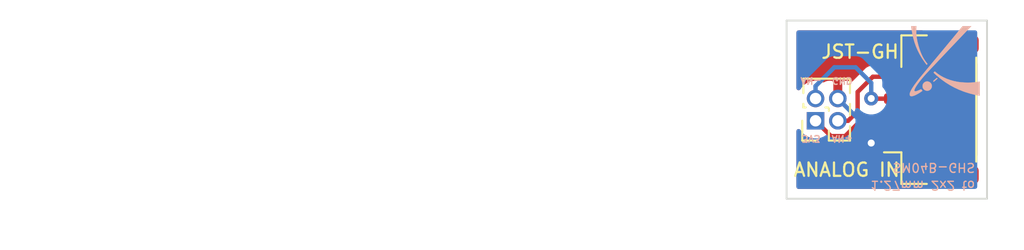
<source format=kicad_pcb>
(kicad_pcb (version 20171130) (host pcbnew "(5.1.12)-1")

  (general
    (thickness 1.6002)
    (drawings 14)
    (tracks 23)
    (zones 0)
    (modules 3)
    (nets 5)
  )

  (page A4)
  (title_block
    (title "2x2 1.27mm socket to JST-GH Analog Adapter board PCB")
    (date 2021-11-28)
    (rev 1)
    (comment 2 "Vincent Nguyen")
  )

  (layers
    (0 Front signal)
    (31 Back signal)
    (34 B.Paste user)
    (35 F.Paste user)
    (36 B.SilkS user)
    (37 F.SilkS user)
    (38 B.Mask user)
    (39 F.Mask user)
    (44 Edge.Cuts user)
    (45 Margin user)
    (46 B.CrtYd user)
    (47 F.CrtYd user)
    (49 F.Fab user)
  )

  (setup
    (last_trace_width 0.25)
    (user_trace_width 0.1)
    (user_trace_width 0.2)
    (user_trace_width 0.5)
    (trace_clearance 0.25)
    (zone_clearance 0.508)
    (zone_45_only no)
    (trace_min 0.1)
    (via_size 0.8)
    (via_drill 0.4)
    (via_min_size 0.45)
    (via_min_drill 0.2)
    (user_via 0.45 0.2)
    (user_via 0.8 0.4)
    (uvia_size 0.8)
    (uvia_drill 0.4)
    (uvias_allowed no)
    (uvia_min_size 0)
    (uvia_min_drill 0)
    (edge_width 0.1)
    (segment_width 0.1)
    (pcb_text_width 0.3)
    (pcb_text_size 1.5 1.5)
    (mod_edge_width 0.1)
    (mod_text_size 0.8 0.8)
    (mod_text_width 0.1)
    (pad_size 1.524 1.524)
    (pad_drill 0.762)
    (pad_to_mask_clearance 0)
    (solder_mask_min_width 0.1)
    (aux_axis_origin 0 0)
    (visible_elements 7FFFFFFF)
    (pcbplotparams
      (layerselection 0x010fc_ffffffff)
      (usegerberextensions false)
      (usegerberattributes false)
      (usegerberadvancedattributes false)
      (creategerberjobfile false)
      (excludeedgelayer true)
      (linewidth 0.152400)
      (plotframeref false)
      (viasonmask false)
      (mode 1)
      (useauxorigin false)
      (hpglpennumber 1)
      (hpglpenspeed 20)
      (hpglpendiameter 15.000000)
      (psnegative false)
      (psa4output false)
      (plotreference true)
      (plotvalue false)
      (plotinvisibletext false)
      (padsonsilk false)
      (subtractmaskfromsilk true)
      (outputformat 1)
      (mirror false)
      (drillshape 0)
      (scaleselection 1)
      (outputdirectory "./gerbers_for_aisler"))
  )

  (net 0 "")
  (net 1 /3V3)
  (net 2 /GND)
  (net 3 /ADC_DIFF_N)
  (net 4 /ADC_DIFF_P)

  (net_class Default "This is the default net class."
    (clearance 0.25)
    (trace_width 0.25)
    (via_dia 0.8)
    (via_drill 0.4)
    (uvia_dia 0.8)
    (uvia_drill 0.4)
    (diff_pair_width 0.25)
    (diff_pair_gap 0.25)
    (add_net /3V3)
    (add_net /ADC_DIFF_N)
    (add_net /ADC_DIFF_P)
    (add_net /GND)
  )

  (net_class Min "This is the bare minimum allowed."
    (clearance 0.1)
    (trace_width 0.1)
    (via_dia 0.45)
    (via_drill 0.2)
    (uvia_dia 0.45)
    (uvia_drill 0.2)
    (diff_pair_width 0.12)
    (diff_pair_gap 0.12)
  )

  (module graphics:xplore_logo_4mm locked (layer Back) (tedit 0) (tstamp 61A3C894)
    (at 153.797 98.933 270)
    (fp_text reference " " (at 0 0 90) (layer B.SilkS) hide
      (effects (font (size 1.524 1.524) (thickness 0.3)) (justify mirror))
    )
    (fp_text value " " (at 0.75 0 90) (layer B.SilkS) hide
      (effects (font (size 1.524 1.524) (thickness 0.3)) (justify mirror))
    )
    (fp_poly (pts (xy -4.606018 1.910096) (xy -4.585169 1.906919) (xy -4.551338 1.901999) (xy -4.509517 1.896053)
      (xy -4.472215 1.89084) (xy -4.205799 1.846969) (xy -3.95158 1.790629) (xy -3.708016 1.721198)
      (xy -3.473563 1.638054) (xy -3.246677 1.540577) (xy -3.025817 1.428143) (xy -2.809438 1.300132)
      (xy -2.595998 1.155923) (xy -2.532176 1.109309) (xy -2.429101 1.032732) (xy -2.454498 1.006223)
      (xy -2.470463 0.989794) (xy -2.479648 0.980795) (xy -2.480466 0.980187) (xy -2.487308 0.985642)
      (xy -2.505242 0.999923) (xy -2.531165 1.02056) (xy -2.549072 1.034815) (xy -2.658701 1.116813)
      (xy -2.771875 1.190561) (xy -2.891574 1.257616) (xy -3.02078 1.319536) (xy -3.162474 1.377878)
      (xy -3.302 1.428226) (xy -3.531586 1.499799) (xy -3.754376 1.555702) (xy -3.969713 1.595781)
      (xy -4.077552 1.610206) (xy -4.129876 1.614915) (xy -4.193528 1.618578) (xy -4.264351 1.621152)
      (xy -4.338191 1.62259) (xy -4.410889 1.622846) (xy -4.478289 1.621876) (xy -4.536236 1.619634)
      (xy -4.580572 1.616074) (xy -4.58334 1.615739) (xy -4.6355 1.609223) (xy -4.6355 1.914894)
      (xy -4.606018 1.910096)) (layer B.SilkS) (width 0.01))
    (fp_poly (pts (xy -1.170586 1.262423) (xy -1.135926 1.255883) (xy -1.10515 1.2438) (xy -1.047203 1.206795)
      (xy -1.002064 1.159616) (xy -0.970204 1.104899) (xy -0.95209 1.045281) (xy -0.948192 0.983398)
      (xy -0.958978 0.921887) (xy -0.984918 0.863386) (xy -1.02648 0.81053) (xy -1.027867 0.809163)
      (xy -1.078777 0.770151) (xy -1.137183 0.74342) (xy -1.198588 0.730331) (xy -1.258494 0.732246)
      (xy -1.272409 0.735153) (xy -1.336574 0.759323) (xy -1.390088 0.795799) (xy -1.432224 0.842096)
      (xy -1.462251 0.89573) (xy -1.479443 0.954218) (xy -1.48307 1.015075) (xy -1.472404 1.075817)
      (xy -1.446716 1.133959) (xy -1.405277 1.187017) (xy -1.405005 1.18729) (xy -1.355822 1.227734)
      (xy -1.303083 1.252508) (xy -1.242358 1.263412) (xy -1.215572 1.264293) (xy -1.170586 1.262423)) (layer B.SilkS) (width 0.01))
    (fp_poly (pts (xy -1.492644 0.650991) (xy -1.48484 0.647174) (xy -1.46768 0.636777) (xy -1.460501 0.629635)
      (xy -1.460501 0.629617) (xy -1.466091 0.620657) (xy -1.481221 0.601126) (xy -1.503424 0.573901)
      (xy -1.530237 0.541862) (xy -1.559194 0.507887) (xy -1.587831 0.474855) (xy -1.613683 0.445644)
      (xy -1.634285 0.423133) (xy -1.647174 0.410202) (xy -1.650064 0.408215) (xy -1.66093 0.414259)
      (xy -1.673349 0.425993) (xy -1.678983 0.433277) (xy -1.680792 0.441066) (xy -1.677376 0.451739)
      (xy -1.667336 0.467672) (xy -1.649275 0.491244) (xy -1.621792 0.524832) (xy -1.599309 0.551849)
      (xy -1.565118 0.59271) (xy -1.540378 0.621433) (xy -1.522924 0.639822) (xy -1.510592 0.649676)
      (xy -1.50122 0.652799) (xy -1.492644 0.650991)) (layer B.SilkS) (width 0.01))
    (fp_poly (pts (xy -0.704226 1.990563) (xy -0.671955 1.979377) (xy -0.660863 1.97118) (xy -0.642659 1.940393)
      (xy -0.636417 1.897348) (xy -0.641756 1.843086) (xy -0.658297 1.778648) (xy -0.68566 1.705073)
      (xy -0.723464 1.623404) (xy -0.771329 1.534679) (xy -0.828876 1.439941) (xy -0.886332 1.353709)
      (xy -0.944597 1.269596) (xy -0.988984 1.303816) (xy -1.012417 1.323348) (xy -1.028649 1.339675)
      (xy -1.033757 1.34805) (xy -1.030268 1.36001) (xy -1.020542 1.38441) (xy -1.006199 1.417337)
      (xy -0.993846 1.444298) (xy -0.960867 1.517985) (xy -0.937441 1.578011) (xy -0.923232 1.625927)
      (xy -0.917905 1.663282) (xy -0.921125 1.691628) (xy -0.932556 1.712514) (xy -0.935208 1.71535)
      (xy -0.953052 1.728117) (xy -0.974823 1.730238) (xy -0.987368 1.728472) (xy -1.035184 1.714557)
      (xy -1.094548 1.687998) (xy -1.164611 1.649397) (xy -1.244524 1.599357) (xy -1.33344 1.538479)
      (xy -1.430508 1.467366) (xy -1.53488 1.38662) (xy -1.645706 1.296844) (xy -1.762139 1.19864)
      (xy -1.882322 1.093506) (xy -1.900719 1.076737) (xy -1.93145 1.04823) (xy -1.973706 1.008752)
      (xy -2.026677 0.95907) (xy -2.089554 0.899952) (xy -2.161526 0.832165) (xy -2.241785 0.756478)
      (xy -2.329521 0.673657) (xy -2.423924 0.584471) (xy -2.524185 0.489686) (xy -2.629494 0.390071)
      (xy -2.739042 0.286392) (xy -2.852019 0.179419) (xy -2.967616 0.069917) (xy -3.085023 -0.041345)
      (xy -3.20343 -0.1536) (xy -3.322029 -0.26608) (xy -3.440009 -0.378018) (xy -3.556561 -0.488645)
      (xy -3.670875 -0.597196) (xy -3.782142 -0.702901) (xy -3.889553 -0.804993) (xy -3.992297 -0.902706)
      (xy -4.089566 -0.995271) (xy -4.180549 -1.08192) (xy -4.264438 -1.161887) (xy -4.340422 -1.234403)
      (xy -4.407692 -1.298701) (xy -4.465439 -1.354013) (xy -4.512853 -1.399573) (xy -4.549124 -1.434612)
      (xy -4.565197 -1.450261) (xy -4.6355 -1.519038) (xy -4.635055 -1.269787) (xy -4.63461 -1.020535)
      (xy -4.505788 -0.915589) (xy -4.405151 -0.833454) (xy -4.297504 -0.7453) (xy -4.1822 -0.650591)
      (xy -4.058588 -0.54879) (xy -3.92602 -0.439361) (xy -3.783848 -0.321766) (xy -3.631423 -0.195469)
      (xy -3.468097 -0.059932) (xy -3.29322 0.08538) (xy -3.106144 0.241005) (xy -2.906221 0.40748)
      (xy -2.784929 0.508546) (xy -2.66935 0.604836) (xy -2.555405 0.699693) (xy -2.444112 0.792273)
      (xy -2.336488 0.881733) (xy -2.233548 0.967231) (xy -2.136311 1.047922) (xy -2.045793 1.122965)
      (xy -1.963011 1.191517) (xy -1.888982 1.252734) (xy -1.824721 1.305773) (xy -1.771248 1.349791)
      (xy -1.729577 1.383947) (xy -1.700727 1.407395) (xy -1.698786 1.408958) (xy -1.549881 1.526892)
      (xy -1.413055 1.631443) (xy -1.28821 1.722676) (xy -1.175247 1.800655) (xy -1.074068 1.865446)
      (xy -0.984576 1.917115) (xy -0.906672 1.955727) (xy -0.840257 1.981348) (xy -0.83991 1.981457)
      (xy -0.793018 1.99188) (xy -0.746186 1.994823) (xy -0.704226 1.990563)) (layer B.SilkS) (width 0.01))
    (fp_poly (pts (xy -1.975679 0.628213) (xy -1.955187 0.609038) (xy -1.926447 0.579255) (xy -1.891 0.540646)
      (xy -1.850388 0.49499) (xy -1.806153 0.444069) (xy -1.759837 0.389663) (xy -1.712982 0.333551)
      (xy -1.66713 0.277516) (xy -1.623822 0.223338) (xy -1.5846 0.172796) (xy -1.573968 0.15875)
      (xy -1.409938 -0.07278) (xy -1.262329 -0.309661) (xy -1.130185 -0.553713) (xy -1.012555 -0.806757)
      (xy -0.908483 -1.070612) (xy -0.865977 -1.192893) (xy -0.79292 -1.430508) (xy -0.732401 -1.667451)
      (xy -0.685481 -1.89945) (xy -0.675843 -1.95716) (xy -0.669691 -1.995714) (xy -1.471591 -1.995714)
      (xy -1.466103 -1.966232) (xy -1.442482 -1.812472) (xy -1.426036 -1.646368) (xy -1.416785 -1.472244)
      (xy -1.41475 -1.294429) (xy -1.419951 -1.11725) (xy -1.432406 -0.945032) (xy -1.452136 -0.782103)
      (xy -1.460436 -0.73) (xy -1.503849 -0.518508) (xy -1.560541 -0.315615) (xy -1.630049 -0.122376)
      (xy -1.711908 0.060156) (xy -1.805653 0.230928) (xy -1.910822 0.388887) (xy -2.006865 0.509987)
      (xy -2.051451 0.561866) (xy -2.022065 0.598433) (xy -2.004284 0.619167) (xy -1.990773 0.632419)
      (xy -1.986381 0.635) (xy -1.975679 0.628213)) (layer B.SilkS) (width 0.01))
  )

  (module Connector_JST:JST_GH_SM04B-GHS-TB_1x04-1MP_P1.25mm_Horizontal (layer Front) (tedit 5B78AD87) (tstamp 619940F4)
    (at 153.035 99.06 90)
    (descr "JST GH series connector, SM04B-GHS-TB (http://www.jst-mfg.com/product/pdf/eng/eGH.pdf), generated with kicad-footprint-generator")
    (tags "connector JST GH top entry")
    (path /6199593B)
    (attr smd)
    (fp_text reference J2 (at 0 0 270) (layer F.SilkS) hide
      (effects (font (size 1 1) (thickness 0.15)))
    )
    (fp_text value SM04B-GHS-TB (at -0.127 4.445 270) (layer F.Fab)
      (effects (font (size 1 1) (thickness 0.15)))
    )
    (fp_line (start -1.875 -0.892893) (end -1.375 -1.6) (layer F.Fab) (width 0.1))
    (fp_line (start -2.375 -1.6) (end -1.875 -0.892893) (layer F.Fab) (width 0.1))
    (fp_line (start 4.72 -3.2) (end -4.72 -3.2) (layer F.CrtYd) (width 0.05))
    (fp_line (start 4.72 3.2) (end 4.72 -3.2) (layer F.CrtYd) (width 0.05))
    (fp_line (start -4.72 3.2) (end 4.72 3.2) (layer F.CrtYd) (width 0.05))
    (fp_line (start -4.72 -3.2) (end -4.72 3.2) (layer F.CrtYd) (width 0.05))
    (fp_line (start 4.125 -1.6) (end 4.125 2.45) (layer F.Fab) (width 0.1))
    (fp_line (start -4.125 -1.6) (end -4.125 2.45) (layer F.Fab) (width 0.1))
    (fp_line (start -4.125 2.45) (end 4.125 2.45) (layer F.Fab) (width 0.1))
    (fp_line (start -2.965 2.56) (end 2.965 2.56) (layer F.SilkS) (width 0.12))
    (fp_line (start 4.235 -1.71) (end 2.435 -1.71) (layer F.SilkS) (width 0.12))
    (fp_line (start 4.235 -0.26) (end 4.235 -1.71) (layer F.SilkS) (width 0.12))
    (fp_line (start -2.435 -1.71) (end -2.435 -2.7) (layer F.SilkS) (width 0.12))
    (fp_line (start -4.235 -1.71) (end -2.435 -1.71) (layer F.SilkS) (width 0.12))
    (fp_line (start -4.235 -0.26) (end -4.235 -1.71) (layer F.SilkS) (width 0.12))
    (fp_line (start -4.125 -1.6) (end 4.125 -1.6) (layer F.Fab) (width 0.1))
    (pad MP smd roundrect (at 3.725 1.35 90) (size 1 2.7) (layers Front F.Paste F.Mask) (roundrect_rratio 0.25))
    (pad MP smd roundrect (at -3.725 1.35 90) (size 1 2.7) (layers Front F.Paste F.Mask) (roundrect_rratio 0.25))
    (pad 4 smd roundrect (at 1.875 -1.85 90) (size 0.6 1.7) (layers Front F.Paste F.Mask) (roundrect_rratio 0.25)
      (net 3 /ADC_DIFF_N))
    (pad 3 smd roundrect (at 0.625 -1.85 90) (size 0.6 1.7) (layers Front F.Paste F.Mask) (roundrect_rratio 0.25)
      (net 4 /ADC_DIFF_P))
    (pad 2 smd roundrect (at -0.625 -1.85 90) (size 0.6 1.7) (layers Front F.Paste F.Mask) (roundrect_rratio 0.25)
      (net 1 /3V3))
    (pad 1 smd roundrect (at -1.875 -1.85 90) (size 0.6 1.7) (layers Front F.Paste F.Mask) (roundrect_rratio 0.25)
      (net 2 /GND))
    (model ${KISYS3DMOD}/Connector_JST.3dshapes/JST_GH_SM04B-GHS-TB_1x04-1MP_P1.25mm_Horizontal.wrl
      (at (xyz 0 0 0))
      (scale (xyz 1 1 1))
      (rotate (xyz 0 0 0))
    )
  )

  (module Connector_PinHeader_1.27mm:PinHeader_2x02_P1.27mm_Vertical (layer Front) (tedit 59FED6E3) (tstamp 61A3CBA1)
    (at 146.431 99.695 90)
    (descr "Through hole straight pin header, 2x02, 1.27mm pitch, double rows")
    (tags "Through hole pin header THT 2x02 1.27mm double row")
    (path /61A353B2)
    (fp_text reference J1 (at 0.563471 0.76 180) (layer F.SilkS) hide
      (effects (font (size 1 1) (thickness 0.15)))
    )
    (fp_text value "1.27mm 2x2-PTH" (at 0 -2.921 90) (layer F.Fab)
      (effects (font (size 1 1) (thickness 0.15)))
    )
    (fp_line (start 2.85 -1.15) (end -1.6 -1.15) (layer F.CrtYd) (width 0.05))
    (fp_line (start 2.85 2.45) (end 2.85 -1.15) (layer F.CrtYd) (width 0.05))
    (fp_line (start -1.6 2.45) (end 2.85 2.45) (layer F.CrtYd) (width 0.05))
    (fp_line (start -1.6 -1.15) (end -1.6 2.45) (layer F.CrtYd) (width 0.05))
    (fp_line (start -1.13 -0.76) (end 0 -0.76) (layer F.SilkS) (width 0.12))
    (fp_line (start -1.13 0) (end -1.13 -0.76) (layer F.SilkS) (width 0.12))
    (fp_line (start 1.57753 -0.695) (end 2.4 -0.695) (layer F.SilkS) (width 0.12))
    (fp_line (start 0.76 -0.695) (end 0.96247 -0.695) (layer F.SilkS) (width 0.12))
    (fp_line (start 0.76 -0.563471) (end 0.76 -0.695) (layer F.SilkS) (width 0.12))
    (fp_line (start 0.76 0.706529) (end 0.76 0.563471) (layer F.SilkS) (width 0.12))
    (fp_line (start 0.563471 0.76) (end 0.706529 0.76) (layer F.SilkS) (width 0.12))
    (fp_line (start -1.13 0.76) (end -0.563471 0.76) (layer F.SilkS) (width 0.12))
    (fp_line (start 2.4 -0.695) (end 2.4 1.965) (layer F.SilkS) (width 0.12))
    (fp_line (start -1.13 0.76) (end -1.13 1.965) (layer F.SilkS) (width 0.12))
    (fp_line (start 0.30753 1.965) (end 0.96247 1.965) (layer F.SilkS) (width 0.12))
    (fp_line (start 1.57753 1.965) (end 2.4 1.965) (layer F.SilkS) (width 0.12))
    (fp_line (start -1.13 1.965) (end -0.30753 1.965) (layer F.SilkS) (width 0.12))
    (fp_line (start -1.07 0.2175) (end -0.2175 -0.635) (layer F.Fab) (width 0.1))
    (fp_line (start -1.07 1.905) (end -1.07 0.2175) (layer F.Fab) (width 0.1))
    (fp_line (start 2.34 1.905) (end -1.07 1.905) (layer F.Fab) (width 0.1))
    (fp_line (start 2.34 -0.635) (end 2.34 1.905) (layer F.Fab) (width 0.1))
    (fp_line (start -0.2175 -0.635) (end 2.34 -0.635) (layer F.Fab) (width 0.1))
    (pad 1 thru_hole rect (at 0 0 90) (size 1 1) (drill 0.65) (layers *.Cu *.Mask)
      (net 1 /3V3))
    (pad 2 thru_hole oval (at 1.27 0 90) (size 1 1) (drill 0.65) (layers *.Cu *.Mask)
      (net 4 /ADC_DIFF_P))
    (pad 3 thru_hole oval (at 0 1.27 90) (size 1 1) (drill 0.65) (layers *.Cu *.Mask)
      (net 3 /ADC_DIFF_N))
    (pad 4 thru_hole oval (at 1.27 1.27 90) (size 1 1) (drill 0.65) (layers *.Cu *.Mask)
      (net 2 /GND))
  )

  (gr_text AN- (at 146.177 97.409 180) (layer B.SilkS) (tstamp 61A3C0C9)
    (effects (font (size 0.381 0.381) (thickness 0.0762)) (justify mirror))
  )
  (gr_text AN+ (at 147.955 100.711 180) (layer B.SilkS) (tstamp 61A3C0C9)
    (effects (font (size 0.381 0.381) (thickness 0.0762)) (justify mirror))
  )
  (gr_text JST-GH (at 148.971 95.758) (layer F.SilkS) (tstamp 61A35212)
    (effects (font (size 0.762 0.762) (thickness 0.127)))
  )
  (gr_text "ANALOG IN" (at 148.209 102.489) (layer F.SilkS)
    (effects (font (size 0.762 0.762) (thickness 0.127)))
  )
  (gr_text SM04B-GHS (at 155.575 102.362 180) (layer B.SilkS) (tstamp 61A3B9E7)
    (effects (font (size 0.508 0.508) (thickness 0.0762)) (justify right mirror))
  )
  (gr_text 3V3 (at 146.177 100.711 180) (layer B.SilkS) (tstamp 61A28220)
    (effects (font (size 0.381 0.381) (thickness 0.0762)) (justify mirror))
  )
  (gr_text GND (at 147.955 97.409 180) (layer B.SilkS) (tstamp 61A27D6B)
    (effects (font (size 0.381 0.381) (thickness 0.0762)) (justify mirror))
  )
  (gr_text "1.27mm 2x2 to" (at 155.575 103.378 180) (layer B.SilkS)
    (effects (font (size 0.508 0.508) (thickness 0.0762)) (justify right mirror))
  )
  (gr_line (start 144.78 104.14) (end 144.78 93.98) (layer Edge.Cuts) (width 0.1) (tstamp 61994459))
  (gr_line (start 156.21 104.14) (end 144.78 104.14) (layer Edge.Cuts) (width 0.1))
  (gr_line (start 156.21 93.98) (end 156.21 104.14) (layer Edge.Cuts) (width 0.1))
  (gr_line (start 144.78 93.98) (end 156.21 93.98) (layer Edge.Cuts) (width 0.1))
  (gr_line (start 124 93) (end 120 107) (layer Cmts.User) (width 0.1524))
  (gr_line (start 100 100) (end 124 93) (layer Cmts.User) (width 0.1524))

  (segment (start 149.006002 99.685) (end 148.121001 100.570001) (width 0.25) (layer Front) (net 1))
  (segment (start 147.306001 100.570001) (end 146.431 99.695) (width 0.25) (layer Front) (net 1))
  (segment (start 148.121001 100.570001) (end 147.306001 100.570001) (width 0.25) (layer Front) (net 1))
  (segment (start 151.185 99.685) (end 149.006002 99.685) (width 0.25) (layer Front) (net 1))
  (via (at 149.606 100.965) (size 0.8) (drill 0.4) (layers Front Back) (net 2))
  (segment (start 149.636 100.935) (end 149.606 100.965) (width 0.25) (layer Front) (net 2))
  (segment (start 151.185 100.935) (end 149.636 100.935) (width 0.25) (layer Front) (net 2))
  (segment (start 149.606 100.965) (end 149.606 100.33) (width 0.25) (layer Back) (net 2))
  (segment (start 149.606 100.33) (end 147.701 98.425) (width 0.25) (layer Back) (net 2))
  (segment (start 151.185 97.185) (end 149.698998 97.185) (width 0.25) (layer Front) (net 3))
  (segment (start 148.830999 98.052999) (end 148.830999 99.173999) (width 0.25) (layer Front) (net 3))
  (segment (start 149.698998 97.185) (end 148.830999 98.052999) (width 0.25) (layer Front) (net 3))
  (segment (start 148.288882 99.695) (end 147.701 99.695) (width 0.25) (layer Front) (net 3))
  (segment (start 148.809883 99.173999) (end 148.288882 99.695) (width 0.25) (layer Front) (net 3))
  (segment (start 148.830999 99.173999) (end 148.809883 99.173999) (width 0.25) (layer Front) (net 3))
  (segment (start 149.616 98.435) (end 149.606 98.425) (width 0.25) (layer Front) (net 4))
  (via (at 149.606 98.425) (size 0.8) (drill 0.4) (layers Front Back) (net 4))
  (segment (start 151.185 98.435) (end 149.616 98.435) (width 0.25) (layer Front) (net 4))
  (segment (start 149.606 98.425) (end 149.606 97.536) (width 0.25) (layer Back) (net 4))
  (segment (start 149.606 97.536) (end 148.717 96.647) (width 0.25) (layer Back) (net 4))
  (segment (start 146.431 97.717894) (end 146.431 98.425) (width 0.25) (layer Back) (net 4))
  (segment (start 147.501894 96.647) (end 146.431 97.717894) (width 0.25) (layer Back) (net 4))
  (segment (start 148.717 96.647) (end 147.501894 96.647) (width 0.25) (layer Back) (net 4))

  (zone (net 2) (net_name /GND) (layer Front) (tstamp 61A3C988) (hatch edge 0.508)
    (connect_pads (clearance 0.508))
    (min_thickness 0.254)
    (fill yes (arc_segments 32) (thermal_gap 0.508) (thermal_bridge_width 0.508))
    (polygon
      (pts
        (xy 156.845 104.775) (xy 144.145 104.775) (xy 144.145 93.345) (xy 156.845 93.345)
      )
    )
    (filled_polygon
      (pts
        (xy 152.464528 94.74515) (xy 152.413992 94.911746) (xy 152.396928 95.085) (xy 152.396928 95.585) (xy 152.413992 95.758254)
        (xy 152.464528 95.92485) (xy 152.546595 96.078386) (xy 152.657038 96.212962) (xy 152.791614 96.323405) (xy 152.94515 96.405472)
        (xy 153.111746 96.456008) (xy 153.285 96.473072) (xy 155.485 96.473072) (xy 155.525 96.469132) (xy 155.525001 101.650868)
        (xy 155.485 101.646928) (xy 153.285 101.646928) (xy 153.111746 101.663992) (xy 152.94515 101.714528) (xy 152.791614 101.796595)
        (xy 152.657038 101.907038) (xy 152.546595 102.041614) (xy 152.464528 102.19515) (xy 152.413992 102.361746) (xy 152.396928 102.535)
        (xy 152.396928 103.035) (xy 152.413992 103.208254) (xy 152.464528 103.37485) (xy 152.507369 103.455) (xy 145.465 103.455)
        (xy 145.465 100.292225) (xy 145.549388 100.41852) (xy 145.70748 100.576612) (xy 145.893376 100.700824) (xy 146.099933 100.786383)
        (xy 146.319212 100.83) (xy 146.491198 100.83) (xy 146.742202 101.081004) (xy 146.766 101.110002) (xy 146.881725 101.204975)
        (xy 147.013754 101.275547) (xy 147.157015 101.319004) (xy 147.268668 101.330001) (xy 147.268677 101.330001) (xy 147.306 101.333677)
        (xy 147.343323 101.330001) (xy 148.083679 101.330001) (xy 148.121001 101.333677) (xy 148.158323 101.330001) (xy 148.158334 101.330001)
        (xy 148.269987 101.319004) (xy 148.413248 101.275547) (xy 148.489104 101.235) (xy 149.696928 101.235) (xy 149.709188 101.359482)
        (xy 149.745498 101.47918) (xy 149.804463 101.589494) (xy 149.883815 101.686185) (xy 149.980506 101.765537) (xy 150.09082 101.824502)
        (xy 150.210518 101.860812) (xy 150.335 101.873072) (xy 150.89925 101.87) (xy 151.058 101.71125) (xy 151.058 101.062)
        (xy 151.312 101.062) (xy 151.312 101.71125) (xy 151.47075 101.87) (xy 152.035 101.873072) (xy 152.159482 101.860812)
        (xy 152.27918 101.824502) (xy 152.389494 101.765537) (xy 152.486185 101.686185) (xy 152.565537 101.589494) (xy 152.624502 101.47918)
        (xy 152.660812 101.359482) (xy 152.673072 101.235) (xy 152.67 101.22075) (xy 152.51125 101.062) (xy 151.312 101.062)
        (xy 151.058 101.062) (xy 149.85875 101.062) (xy 149.7 101.22075) (xy 149.696928 101.235) (xy 148.489104 101.235)
        (xy 148.545277 101.204975) (xy 148.661002 101.110002) (xy 148.684804 101.080999) (xy 149.320804 100.445) (xy 149.729063 100.445)
        (xy 149.709188 100.510518) (xy 149.696928 100.635) (xy 149.7 100.64925) (xy 149.85875 100.808) (xy 151.058 100.808)
        (xy 151.058 100.788) (xy 151.312 100.788) (xy 151.312 100.808) (xy 152.51125 100.808) (xy 152.67 100.64925)
        (xy 152.673072 100.635) (xy 152.660812 100.510518) (xy 152.624502 100.39082) (xy 152.565537 100.280506) (xy 152.547744 100.258825)
        (xy 152.613084 100.136582) (xy 152.657929 99.988745) (xy 152.673072 99.835) (xy 152.673072 99.535) (xy 152.657929 99.381255)
        (xy 152.613084 99.233418) (xy 152.540258 99.097171) (xy 152.509753 99.06) (xy 152.540258 99.022829) (xy 152.613084 98.886582)
        (xy 152.657929 98.738745) (xy 152.673072 98.585) (xy 152.673072 98.285) (xy 152.657929 98.131255) (xy 152.613084 97.983418)
        (xy 152.540258 97.847171) (xy 152.509753 97.81) (xy 152.540258 97.772829) (xy 152.613084 97.636582) (xy 152.657929 97.488745)
        (xy 152.673072 97.335) (xy 152.673072 97.035) (xy 152.657929 96.881255) (xy 152.613084 96.733418) (xy 152.540258 96.597171)
        (xy 152.442251 96.477749) (xy 152.322829 96.379742) (xy 152.186582 96.306916) (xy 152.038745 96.262071) (xy 151.885 96.246928)
        (xy 150.485 96.246928) (xy 150.331255 96.262071) (xy 150.183418 96.306916) (xy 150.047171 96.379742) (xy 149.992024 96.425)
        (xy 149.736321 96.425) (xy 149.698998 96.421324) (xy 149.661675 96.425) (xy 149.661665 96.425) (xy 149.550012 96.435997)
        (xy 149.42779 96.473072) (xy 149.406751 96.479454) (xy 149.274721 96.550026) (xy 149.191081 96.618668) (xy 149.158997 96.644999)
        (xy 149.135199 96.673997) (xy 148.463765 97.345432) (xy 148.44518 97.335498) (xy 148.325482 97.299188) (xy 148.201 97.286928)
        (xy 147.98675 97.29) (xy 147.828 97.44875) (xy 147.828 98.298) (xy 147.848 98.298) (xy 147.848 98.552)
        (xy 147.828 98.552) (xy 147.828 98.563026) (xy 147.812788 98.56) (xy 147.589212 98.56) (xy 147.574 98.563026)
        (xy 147.574 98.552) (xy 147.562974 98.552) (xy 147.566 98.536788) (xy 147.566 98.313212) (xy 147.562974 98.298)
        (xy 147.574 98.298) (xy 147.574 97.44875) (xy 147.41525 97.29) (xy 147.201 97.286928) (xy 147.076518 97.299188)
        (xy 146.95682 97.335498) (xy 146.873774 97.379888) (xy 146.762067 97.333617) (xy 146.542788 97.29) (xy 146.319212 97.29)
        (xy 146.099933 97.333617) (xy 145.893376 97.419176) (xy 145.70748 97.543388) (xy 145.549388 97.70148) (xy 145.465 97.827775)
        (xy 145.465 94.665) (xy 152.507369 94.665)
      )
    )
  )
  (zone (net 2) (net_name /GND) (layer Back) (tstamp 61A3C985) (hatch edge 0.508)
    (connect_pads (clearance 0.508))
    (min_thickness 0.254)
    (fill yes (arc_segments 32) (thermal_gap 0.508) (thermal_bridge_width 0.508))
    (polygon
      (pts
        (xy 156.845 104.775) (xy 144.145 104.775) (xy 144.145 93.345) (xy 156.845 93.345)
      )
    )
    (filled_polygon
      (pts
        (xy 155.525001 103.455) (xy 145.465 103.455) (xy 145.465 100.292225) (xy 145.549388 100.41852) (xy 145.70748 100.576612)
        (xy 145.893376 100.700824) (xy 146.099933 100.786383) (xy 146.319212 100.83) (xy 146.542788 100.83) (xy 146.762067 100.786383)
        (xy 146.968624 100.700824) (xy 147.066 100.635759) (xy 147.163376 100.700824) (xy 147.369933 100.786383) (xy 147.589212 100.83)
        (xy 147.812788 100.83) (xy 148.032067 100.786383) (xy 148.238624 100.700824) (xy 148.42452 100.576612) (xy 148.582612 100.41852)
        (xy 148.706824 100.232624) (xy 148.792383 100.026067) (xy 148.836 99.806788) (xy 148.836 99.583212) (xy 148.792383 99.363933)
        (xy 148.746112 99.252226) (xy 148.790502 99.16918) (xy 148.812838 99.095549) (xy 148.946226 99.228937) (xy 149.115744 99.342205)
        (xy 149.304102 99.420226) (xy 149.504061 99.46) (xy 149.707939 99.46) (xy 149.907898 99.420226) (xy 150.096256 99.342205)
        (xy 150.265774 99.228937) (xy 150.409937 99.084774) (xy 150.523205 98.915256) (xy 150.601226 98.726898) (xy 150.641 98.526939)
        (xy 150.641 98.323061) (xy 150.601226 98.123102) (xy 150.523205 97.934744) (xy 150.409937 97.765226) (xy 150.366 97.721289)
        (xy 150.366 97.573323) (xy 150.369676 97.536) (xy 150.366 97.498677) (xy 150.366 97.498667) (xy 150.355003 97.387014)
        (xy 150.311546 97.243753) (xy 150.240974 97.111724) (xy 150.146001 96.995999) (xy 150.117003 96.972201) (xy 149.280803 96.136002)
        (xy 149.257001 96.106999) (xy 149.141276 96.012026) (xy 149.009247 95.941454) (xy 148.865986 95.897997) (xy 148.754333 95.887)
        (xy 148.754322 95.887) (xy 148.717 95.883324) (xy 148.679678 95.887) (xy 147.539217 95.887) (xy 147.501894 95.883324)
        (xy 147.464571 95.887) (xy 147.464561 95.887) (xy 147.352908 95.897997) (xy 147.209647 95.941454) (xy 147.077618 96.012026)
        (xy 146.961893 96.106999) (xy 146.938095 96.135997) (xy 145.920002 97.15409) (xy 145.890999 97.177893) (xy 145.83695 97.243753)
        (xy 145.796026 97.293618) (xy 145.742123 97.394463) (xy 145.725454 97.425648) (xy 145.682014 97.568854) (xy 145.549388 97.70148)
        (xy 145.465 97.827775) (xy 145.465 94.665) (xy 155.525 94.665)
      )
    )
    (filled_polygon
      (pts
        (xy 147.828 98.298) (xy 147.848 98.298) (xy 147.848 98.552) (xy 147.828 98.552) (xy 147.828 98.563026)
        (xy 147.812788 98.56) (xy 147.589212 98.56) (xy 147.574 98.563026) (xy 147.574 98.552) (xy 147.562974 98.552)
        (xy 147.566 98.536788) (xy 147.566 98.313212) (xy 147.562974 98.298) (xy 147.574 98.298) (xy 147.574 98.278)
        (xy 147.828 98.278)
      )
    )
  )
)

</source>
